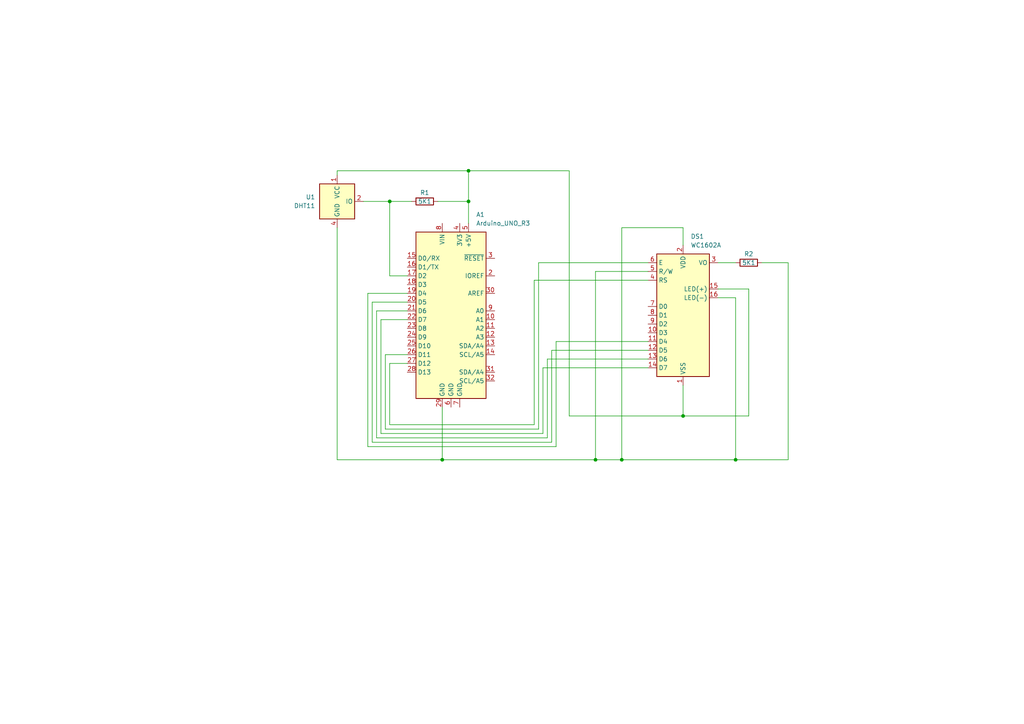
<source format=kicad_sch>
(kicad_sch (version 20230121) (generator eeschema)
  (paper "A4")
  (lib_symbols
    (symbol "Device:R" (pin_numbers hide) (pin_names (offset 0))
      (property "Reference" "R" (at 2.032 0 90))
      (property "Value" "R" (at 0 0 90))
      (symbol "R_0_1"
        (rectangle (start -1.016 -2.54) (end 1.016 2.54) (stroke (width 0.254)))
      )
      (symbol "R_1_1"
        (pin passive line (at 0 3.81 270) (length 1.27) (name "~") (number "1"))
        (pin passive line (at 0 -3.81 90) (length 1.27) (name "~") (number "2"))
      )
    )
    (symbol "Display_Character:WC1602A"
      (property "Reference" "DS" (at -5.842 19.05 0))
      (property "Value" "WC1602A" (at 5.334 19.05 0))
      (symbol "WC1602A_1_1"
        (rectangle (start -7.62 17.78) (end 7.62 -17.78) (stroke (width 0.254)) (fill (type background)))
        (pin power_in line (at 0 -20.32 90) (length 2.54) (name "VSS") (number "1"))
        (pin input line (at -10.16 -5.08 0) (length 2.54) (name "D3") (number "10"))
        (pin input line (at -10.16 -7.62 0) (length 2.54) (name "D4") (number "11"))
        (pin input line (at -10.16 -10.16 0) (length 2.54) (name "D5") (number "12"))
        (pin input line (at -10.16 -12.7 0) (length 2.54) (name "D6") (number "13"))
        (pin input line (at -10.16 -15.24 0) (length 2.54) (name "D7") (number "14"))
        (pin power_in line (at 10.16 7.62 180) (length 2.54) (name "LED(+)") (number "15"))
        (pin power_in line (at 10.16 5.08 180) (length 2.54) (name "LED(-)") (number "16"))
        (pin power_in line (at 0 20.32 270) (length 2.54) (name "VDD") (number "2"))
        (pin input line (at 10.16 15.24 180) (length 2.54) (name "VO") (number "3"))
        (pin input line (at -10.16 10.16 0) (length 2.54) (name "RS") (number "4"))
        (pin input line (at -10.16 12.7 0) (length 2.54) (name "R/W") (number "5"))
        (pin input line (at -10.16 15.24 0) (length 2.54) (name "E") (number "6"))
        (pin input line (at -10.16 2.54 0) (length 2.54) (name "D0") (number "7"))
        (pin input line (at -10.16 0 0) (length 2.54) (name "D1") (number "8"))
        (pin input line (at -10.16 -2.54 0) (length 2.54) (name "D2") (number "9"))
      )
    )
    (symbol "MCU_Module:Arduino_UNO_R3"
      (property "Reference" "A" (at -10.16 23.495 0))
      (property "Value" "Arduino_UNO_R3" (at 5.08 -26.67 0))
      (symbol "Arduino_UNO_R3_0_1"
        (rectangle (start -10.16 22.86) (end 10.16 -25.4) (stroke (width 0.254)) (fill (type background)))
      )
      (symbol "Arduino_UNO_R3_1_1"
        (pin no_connect line (at -10.16 -20.32 0) (length 2.54) hide (name "NC") (number "1"))
        (pin bidirectional line (at 12.7 -2.54 180) (length 2.54) (name "A1") (number "10"))
        (pin bidirectional line (at 12.7 -5.08 180) (length 2.54) (name "A2") (number "11"))
        (pin bidirectional line (at 12.7 -7.62 180) (length 2.54) (name "A3") (number "12"))
        (pin bidirectional line (at 12.7 -10.16 180) (length 2.54) (name "SDA/A4") (number "13"))
        (pin bidirectional line (at 12.7 -12.7 180) (length 2.54) (name "SCL/A5") (number "14"))
        (pin bidirectional line (at -12.7 15.24 0) (length 2.54) (name "D0/RX") (number "15"))
        (pin bidirectional line (at -12.7 12.7 0) (length 2.54) (name "D1/TX") (number "16"))
        (pin bidirectional line (at -12.7 10.16 0) (length 2.54) (name "D2") (number "17"))
        (pin bidirectional line (at -12.7 7.62 0) (length 2.54) (name "D3") (number "18"))
        (pin bidirectional line (at -12.7 5.08 0) (length 2.54) (name "D4") (number "19"))
        (pin output line (at 12.7 10.16 180) (length 2.54) (name "IOREF") (number "2"))
        (pin bidirectional line (at -12.7 2.54 0) (length 2.54) (name "D5") (number "20"))
        (pin bidirectional line (at -12.7 0 0) (length 2.54) (name "D6") (number "21"))
        (pin bidirectional line (at -12.7 -2.54 0) (length 2.54) (name "D7") (number "22"))
        (pin bidirectional line (at -12.7 -5.08 0) (length 2.54) (name "D8") (number "23"))
        (pin bidirectional line (at -12.7 -7.62 0) (length 2.54) (name "D9") (number "24"))
        (pin bidirectional line (at -12.7 -10.16 0) (length 2.54) (name "D10") (number "25"))
        (pin bidirectional line (at -12.7 -12.7 0) (length 2.54) (name "D11") (number "26"))
        (pin bidirectional line (at -12.7 -15.24 0) (length 2.54) (name "D12") (number "27"))
        (pin bidirectional line (at -12.7 -17.78 0) (length 2.54) (name "D13") (number "28"))
        (pin power_in line (at -2.54 -27.94 90) (length 2.54) (name "GND") (number "29"))
        (pin input line (at 12.7 15.24 180) (length 2.54) (name "~{RESET}") (number "3"))
        (pin input line (at 12.7 5.08 180) (length 2.54) (name "AREF") (number "30"))
        (pin bidirectional line (at 12.7 -17.78 180) (length 2.54) (name "SDA/A4") (number "31"))
        (pin bidirectional line (at 12.7 -20.32 180) (length 2.54) (name "SCL/A5") (number "32"))
        (pin power_out line (at 2.54 25.4 270) (length 2.54) (name "3V3") (number "4"))
        (pin power_out line (at 5.08 25.4 270) (length 2.54) (name "+5V") (number "5"))
        (pin power_in line (at 0 -27.94 90) (length 2.54) (name "GND") (number "6"))
        (pin power_in line (at 2.54 -27.94 90) (length 2.54) (name "GND") (number "7"))
        (pin power_in line (at -2.54 25.4 270) (length 2.54) (name "VIN") (number "8"))
        (pin bidirectional line (at 12.7 0 180) (length 2.54) (name "A0") (number "9"))
      )
    )
    (symbol "Sensor:DHT11"
      (property "Reference" "U" (at -3.81 6.35 0))
      (property "Value" "DHT11" (at 3.81 6.35 0))
      (symbol "DHT11_0_1"
        (rectangle (start -5.08 5.08) (end 5.08 -5.08) (stroke (width 0.254)) (fill (type background)))
      )
      (symbol "DHT11_1_1"
        (pin power_in line (at 0 7.62 270) (length 2.54) (name "VCC") (number "1"))
        (pin bidirectional line (at 7.62 0 180) (length 2.54) (name "IO") (number "2"))
        (pin no_connect line (at -5.08 0 0) (length 2.54) hide (name "NC") (number "3"))
        (pin power_in line (at 0 -7.62 90) (length 2.54) (name "GND") (number "4"))
      )
    )
  )
  (junction (at 198.12 120.65))
  (junction (at 213.36 133.35))
  (junction (at 113.03 58.42))
  (junction (at 135.89 58.42))
  (junction (at 135.89 49.53))
  (junction (at 128.27 133.35))
  (junction (at 180.34 133.35))
  (junction (at 172.72 133.35))
  (wire (pts (xy 111.76 102.87) (xy 111.76 124.46)))
  (wire (pts (xy 157.48 106.68) (xy 157.48 125.73)))
  (wire (pts (xy 160.02 101.6) (xy 160.02 128.27)))
  (wire (pts (xy 187.96 101.6) (xy 160.02 101.6)))
  (wire (pts (xy 128.27 133.35) (xy 172.72 133.35)))
  (wire (pts (xy 172.72 133.35) (xy 180.34 133.35)))
  (wire (pts (xy 213.36 133.35) (xy 213.36 86.36)))
  (wire (pts (xy 113.03 58.42) (xy 113.03 80.01)))
  (wire (pts (xy 107.95 87.63) (xy 118.11 87.63)))
  (wire (pts (xy 110.49 125.73) (xy 110.49 92.71)))
  (wire (pts (xy 118.11 90.17) (xy 109.22 90.17)))
  (wire (pts (xy 135.89 49.53) (xy 165.1 49.53)))
  (wire (pts (xy 109.22 127) (xy 158.75 127)))
  (wire (pts (xy 165.1 49.53) (xy 165.1 120.65)))
  (wire (pts (xy 161.29 99.06) (xy 187.96 99.06)))
  (wire (pts (xy 113.03 58.42) (xy 119.38 58.42)))
  (wire (pts (xy 157.48 125.73) (xy 110.49 125.73)))
  (wire (pts (xy 111.76 124.46) (xy 156.21 124.46)))
  (wire (pts (xy 118.11 85.09) (xy 106.68 85.09)))
  (wire (pts (xy 156.21 124.46) (xy 156.21 76.2)))
  (wire (pts (xy 187.96 81.28) (xy 154.94 81.28)))
  (wire (pts (xy 156.21 76.2) (xy 187.96 76.2)))
  (wire (pts (xy 187.96 106.68) (xy 157.48 106.68)))
  (wire (pts (xy 97.79 66.04) (xy 97.79 133.35)))
  (wire (pts (xy 97.79 50.8) (xy 97.79 49.53)))
  (wire (pts (xy 220.98 76.2) (xy 228.6 76.2)))
  (wire (pts (xy 160.02 128.27) (xy 107.95 128.27)))
  (wire (pts (xy 105.41 58.42) (xy 113.03 58.42)))
  (wire (pts (xy 217.17 120.65) (xy 198.12 120.65)))
  (wire (pts (xy 110.49 92.71) (xy 118.11 92.71)))
  (wire (pts (xy 154.94 81.28) (xy 154.94 123.19)))
  (wire (pts (xy 158.75 104.14) (xy 187.96 104.14)))
  (wire (pts (xy 118.11 102.87) (xy 111.76 102.87)))
  (wire (pts (xy 165.1 120.65) (xy 198.12 120.65)))
  (wire (pts (xy 228.6 133.35) (xy 213.36 133.35)))
  (wire (pts (xy 128.27 118.11) (xy 128.27 133.35)))
  (wire (pts (xy 213.36 86.36) (xy 208.28 86.36)))
  (wire (pts (xy 135.89 64.77) (xy 135.89 58.42)))
  (wire (pts (xy 109.22 90.17) (xy 109.22 127)))
  (wire (pts (xy 198.12 120.65) (xy 198.12 111.76)))
  (wire (pts (xy 161.29 129.54) (xy 161.29 99.06)))
  (wire (pts (xy 107.95 128.27) (xy 107.95 87.63)))
  (wire (pts (xy 113.03 105.41) (xy 118.11 105.41)))
  (wire (pts (xy 158.75 127) (xy 158.75 104.14)))
  (wire (pts (xy 135.89 58.42) (xy 135.89 49.53)))
  (wire (pts (xy 187.96 78.74) (xy 172.72 78.74)))
  (wire (pts (xy 97.79 49.53) (xy 135.89 49.53)))
  (wire (pts (xy 154.94 123.19) (xy 113.03 123.19)))
  (wire (pts (xy 106.68 129.54) (xy 161.29 129.54)))
  (wire (pts (xy 113.03 80.01) (xy 118.11 80.01)))
  (wire (pts (xy 97.79 133.35) (xy 128.27 133.35)))
  (wire (pts (xy 180.34 66.04) (xy 180.34 133.35)))
  (wire (pts (xy 198.12 66.04) (xy 180.34 66.04)))
  (wire (pts (xy 208.28 83.82) (xy 217.17 83.82)))
  (wire (pts (xy 198.12 71.12) (xy 198.12 66.04)))
  (wire (pts (xy 106.68 85.09) (xy 106.68 129.54)))
  (wire (pts (xy 127 58.42) (xy 135.89 58.42)))
  (wire (pts (xy 172.72 78.74) (xy 172.72 133.35)))
  (wire (pts (xy 180.34 133.35) (xy 213.36 133.35)))
  (wire (pts (xy 208.28 76.2) (xy 213.36 76.2)))
  (wire (pts (xy 217.17 83.82) (xy 217.17 120.65)))
  (wire (pts (xy 113.03 123.19) (xy 113.03 105.41)))
  (wire (pts (xy 228.6 76.2) (xy 228.6 133.35)))
  (symbol (lib_id "Display_Character:WC1602A") (at 198.12 91.44 0) (unit 1)
    (property "Reference" "DS1" (at 200.3141 68.58 0) (effects (justify left)))
    (property "Value" "WC1602A" (at 200.3141 71.12 0) (effects (justify left)))
    (property "Footprint" "Display:WC1602A" (effects hide))
    (property "Datasheet" "http://www.wincomlcd.com/pdf/WC1602A-SFYLYHTC06.pdf" (effects hide))
  )
  (symbol (lib_id "Sensor:DHT11") (at 97.79 58.42 0) (unit 1)
    (property "Reference" "U1" (at 91.44 57.15 0) (effects (justify right)))
    (property "Value" "DHT11" (at 91.44 59.69 0) (effects (justify right)))
    (property "Footprint" "Sensor:Aosong_DHT11_5.5x12.0_P2.54mm" (effects hide))
    (property "Datasheet" "http://akizukidenshi.com/download/ds/aosong/DHT11.pdf" (effects hide))
  )
  (symbol (lib_id "Device:R") (at 123.19 58.42 90) (unit 1)
    (property "Reference" "R1" (at 123.19 55.88 90))
    (property "Value" "5K1" (at 123.19 58.42 90))
  )
  (symbol (lib_id "Device:R") (at 217.17 76.2 90) (unit 1)
    (property "Reference" "R2" (at 217.17 73.66 90))
    (property "Value" "5K1" (at 217.17 76.2 90))
  )
  (symbol (lib_id "MCU_Module:Arduino_UNO_R3") (at 130.81 90.17 0) (unit 1)
    (property "Reference" "A1" (at 138.0841 62.23 0) (effects (justify left)))
    (property "Value" "Arduino_UNO_R3" (at 138.0841 64.77 0) (effects (justify left)))
    (property "Footprint" "Package_DFN_QFN:QFN-28-1EP_4x4mm_P0.45mm_EP2.4x2.4mm" (effects hide))
    (property "Datasheet" "https://www.arduino.cc/en/Main/arduinoBoardUno" (effects hide))
  )
)
</source>
